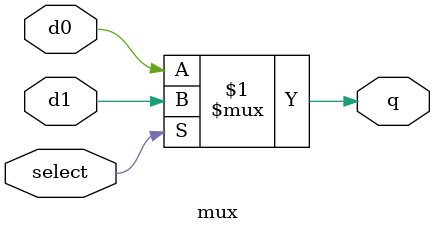
<source format=sv>
module mux( select, d1, d0, q );

input select;
input d1, d0;
output q;

assign q = (select) ? d1 : d0;

endmodule

</source>
